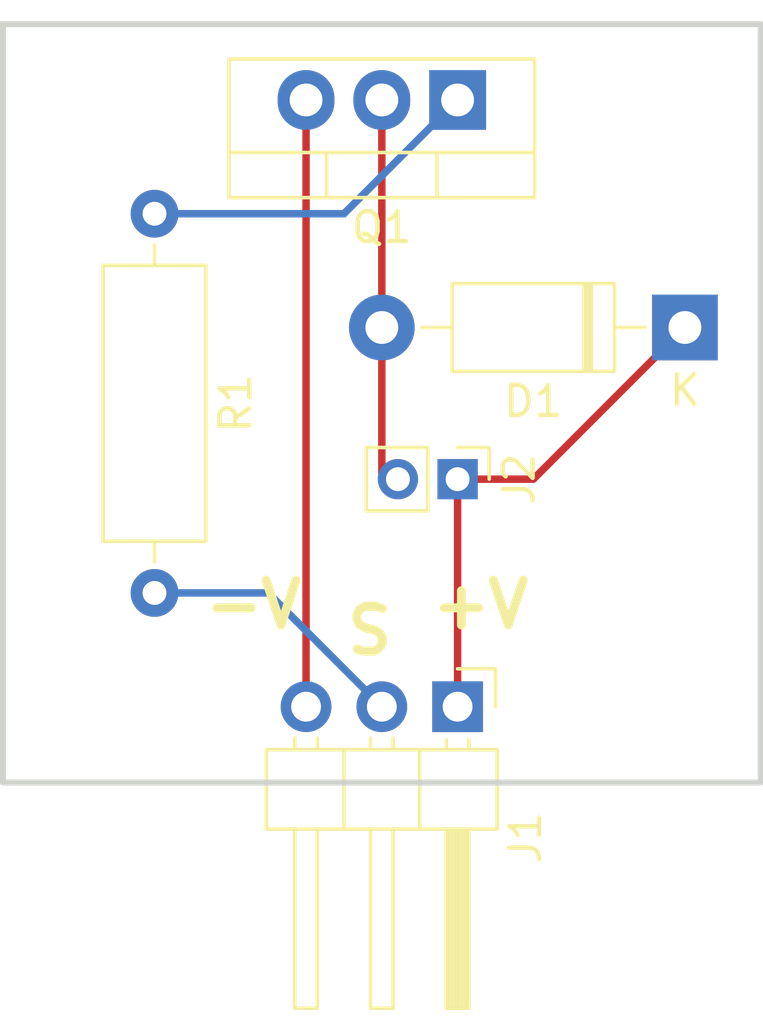
<source format=kicad_pcb>
(kicad_pcb (version 20221018) (generator pcbnew)
  (layers (0 "F.Cu" signal) (31 "B.Cu" signal) (34 "B.Paste" user) (35 "F.Paste" user) (36 "B.SilkS" user "B.Silkscreen") (37 "F.SilkS" user "F.Silkscreen") (38 "B.Mask" user) (39 "F.Mask" user) (44 "Edge.Cuts" user))
  (net 0 "")
  (net 1 "Net-(D1-K)")
  (net 2 "Net-(D1-A)")
  (net 3 "Net-(J1-Pin_2)")
  (net 4 "Net-(J1-Pin_3)")
  (net 5 "Net-(Q1-B)")
  (footprint "Connector_PinHeader_2.00mm:PinHeader_1x02_P2.00mm_Vertical" (layer "F.Cu") (at 149.86 91.44 -90)
    (fp_text reference "J2" (at 0 -2.06 -90) (layer "F.SilkS"))
    (fp_text value "Conn_01x02_Pin")
    (fp_line (start -1.06 -1.06) (end 0 -1.06) (stroke (width 0.12)) (layer "F.SilkS"))
    (fp_line (start -1.06 0) (end -1.06 -1.06) (stroke (width 0.12)) (layer "F.SilkS"))
    (fp_line (start -1.06 1) (end -1.06 3.06) (stroke (width 0.12)) (layer "F.SilkS"))
    (fp_line (start -1.06 1) (end 1.06 1) (stroke (width 0.12)) (layer "F.SilkS"))
    (fp_line (start -1.06 3.06) (end 1.06 3.06) (stroke (width 0.12)) (layer "F.SilkS"))
    (fp_line (start 1.06 1) (end 1.06 3.06) (stroke (width 0.12)) (layer "F.SilkS"))
    (pad "1" thru_hole rect (at 0 0 270) (size 1.35 1.35) (drill 0.8) (layers "*.Cu" "*.Mask") (net 1 "Net-(D1-K)"))
    (pad "2" thru_hole oval (at 0 2 270) (size 1.35 1.35) (drill 0.8) (layers "*.Cu" "*.Mask") (net 2 "Net-(D1-A)"))
  )
  (footprint "Diode_THT:D_DO-41_SOD81_P10.16mm_Horizontal" (layer "F.Cu") (at 157.48 86.36 180)
    (fp_text reference "D1" (at 5.08 -2.47) (layer "F.SilkS"))
    (fp_text value "1N4004")
    (fp_text user "K" (at 0 -2.1) (layer "F.SilkS"))
    (fp_line (start 1.34 0) (end 2.36 0) (stroke (width 0.12)) (layer "F.SilkS"))
    (fp_line (start 2.36 -1.47) (end 2.36 1.47) (stroke (width 0.12)) (layer "F.SilkS"))
    (fp_line (start 2.36 1.47) (end 7.8 1.47) (stroke (width 0.12)) (layer "F.SilkS"))
    (fp_line (start 3.14 -1.47) (end 3.14 1.47) (stroke (width 0.12)) (layer "F.SilkS"))
    (fp_line (start 3.26 -1.47) (end 3.26 1.47) (stroke (width 0.12)) (layer "F.SilkS"))
    (fp_line (start 3.38 -1.47) (end 3.38 1.47) (stroke (width 0.12)) (layer "F.SilkS"))
    (fp_line (start 7.8 -1.47) (end 2.36 -1.47) (stroke (width 0.12)) (layer "F.SilkS"))
    (fp_line (start 7.8 1.47) (end 7.8 -1.47) (stroke (width 0.12)) (layer "F.SilkS"))
    (fp_line (start 8.82 0) (end 7.8 0) (stroke (width 0.12)) (layer "F.SilkS"))
    (pad "1" thru_hole rect (at 0 0 180) (size 2.2 2.2) (drill 1.1) (layers "*.Cu" "*.Mask") (net 1 "Net-(D1-K)"))
    (pad "2" thru_hole oval (at 10.16 0 180) (size 2.2 2.2) (drill 1.1) (layers "*.Cu" "*.Mask") (net 2 "Net-(D1-A)"))
  )
  (footprint "Package_TO_SOT_THT:TO-220-3_Vertical" (layer "F.Cu") (at 149.86 78.74 180)
    (fp_text reference "Q1" (at 2.54 -4.27) (layer "F.SilkS"))
    (fp_text value "TIP120")
    (fp_line (start -2.58 -3.27) (end -2.58 1.371) (stroke (width 0.12)) (layer "F.SilkS"))
    (fp_line (start -2.58 -3.27) (end 7.66 -3.27) (stroke (width 0.12)) (layer "F.SilkS"))
    (fp_line (start -2.58 -1.76) (end 7.66 -1.76) (stroke (width 0.12)) (layer "F.SilkS"))
    (fp_line (start -2.58 1.371) (end 7.66 1.371) (stroke (width 0.12)) (layer "F.SilkS"))
    (fp_line (start 0.69 -3.27) (end 0.69 -1.76) (stroke (width 0.12)) (layer "F.SilkS"))
    (fp_line (start 4.391 -3.27) (end 4.391 -1.76) (stroke (width 0.12)) (layer "F.SilkS"))
    (fp_line (start 7.66 -3.27) (end 7.66 1.371) (stroke (width 0.12)) (layer "F.SilkS"))
    (pad "1" thru_hole rect (at 0 0 180) (size 1.905 2) (drill 1.1) (layers "*.Cu" "*.Mask") (net 5 "Net-(Q1-B)"))
    (pad "2" thru_hole oval (at 2.54 0 180) (size 1.905 2) (drill 1.1) (layers "*.Cu" "*.Mask") (net 2 "Net-(D1-A)"))
    (pad "3" thru_hole oval (at 5.08 0 180) (size 1.905 2) (drill 1.1) (layers "*.Cu" "*.Mask") (net 4 "Net-(J1-Pin_3)"))
  )
  (footprint "Connector_PinHeader_2.54mm:PinHeader_1x03_P2.54mm_Horizontal" (layer "F.Cu") (at 149.86 99.06 -90)
    (fp_text reference "J1" (at 4.385 -2.27 90) (layer "F.SilkS"))
    (fp_text value "Conn_01x03_Pin")
    (fp_line (start -1.27 -1.27) (end 0 -1.27) (stroke (width 0.12)) (layer "F.SilkS"))
    (fp_line (start -1.27 0) (end -1.27 -1.27) (stroke (width 0.12)) (layer "F.SilkS"))
    (fp_line (start 1.042929 2.16) (end 1.44 2.16) (stroke (width 0.12)) (layer "F.SilkS"))
    (fp_line (start 1.042929 2.92) (end 1.44 2.92) (stroke (width 0.12)) (layer "F.SilkS"))
    (fp_line (start 1.042929 4.7) (end 1.44 4.7) (stroke (width 0.12)) (layer "F.SilkS"))
    (fp_line (start 1.042929 5.46) (end 1.44 5.46) (stroke (width 0.12)) (layer "F.SilkS"))
    (fp_line (start 1.11 -0.38) (end 1.44 -0.38) (stroke (width 0.12)) (layer "F.SilkS"))
    (fp_line (start 1.11 0.38) (end 1.44 0.38) (stroke (width 0.12)) (layer "F.SilkS"))
    (fp_line (start 1.44 -1.33) (end 1.44 6.41) (stroke (width 0.12)) (layer "F.SilkS"))
    (fp_line (start 1.44 1.27) (end 4.1 1.27) (stroke (width 0.12)) (layer "F.SilkS"))
    (fp_line (start 1.44 3.81) (end 4.1 3.81) (stroke (width 0.12)) (layer "F.SilkS"))
    (fp_line (start 1.44 6.41) (end 4.1 6.41) (stroke (width 0.12)) (layer "F.SilkS"))
    (fp_line (start 4.1 -1.33) (end 1.44 -1.33) (stroke (width 0.12)) (layer "F.SilkS"))
    (fp_line (start 4.1 -0.38) (end 10.1 -0.38) (stroke (width 0.12)) (layer "F.SilkS"))
    (fp_line (start 4.1 -0.32) (end 10.1 -0.32) (stroke (width 0.12)) (layer "F.SilkS"))
    (fp_line (start 4.1 -0.2) (end 10.1 -0.2) (stroke (width 0.12)) (layer "F.SilkS"))
    (fp_line (start 4.1 -0.08) (end 10.1 -0.08) (stroke (width 0.12)) (layer "F.SilkS"))
    (fp_line (start 4.1 0.04) (end 10.1 0.04) (stroke (width 0.12)) (layer "F.SilkS"))
    (fp_line (start 4.1 0.16) (end 10.1 0.16) (stroke (width 0.12)) (layer "F.SilkS"))
    (fp_line (start 4.1 0.28) (end 10.1 0.28) (stroke (width 0.12)) (layer "F.SilkS"))
    (fp_line (start 4.1 2.16) (end 10.1 2.16) (stroke (width 0.12)) (layer "F.SilkS"))
    (fp_line (start 4.1 4.7) (end 10.1 4.7) (stroke (width 0.12)) (layer "F.SilkS"))
    (fp_line (start 4.1 6.41) (end 4.1 -1.33) (stroke (width 0.12)) (layer "F.SilkS"))
    (fp_line (start 10.1 -0.38) (end 10.1 0.38) (stroke (width 0.12)) (layer "F.SilkS"))
    (fp_line (start 10.1 0.38) (end 4.1 0.38) (stroke (width 0.12)) (layer "F.SilkS"))
    (fp_line (start 10.1 2.16) (end 10.1 2.92) (stroke (width 0.12)) (layer "F.SilkS"))
    (fp_line (start 10.1 2.92) (end 4.1 2.92) (stroke (width 0.12)) (layer "F.SilkS"))
    (fp_line (start 10.1 4.7) (end 10.1 5.46) (stroke (width 0.12)) (layer "F.SilkS"))
    (fp_line (start 10.1 5.46) (end 4.1 5.46) (stroke (width 0.12)) (layer "F.SilkS"))
    (pad "1" thru_hole rect (at 0 0 270) (size 1.7 1.7) (drill 1) (layers "*.Cu" "*.Mask") (net 1 "Net-(D1-K)"))
    (pad "2" thru_hole oval (at 0 2.54 270) (size 1.7 1.7) (drill 1) (layers "*.Cu" "*.Mask") (net 3 "Net-(J1-Pin_2)"))
    (pad "3" thru_hole oval (at 0 5.08 270) (size 1.7 1.7) (drill 1) (layers "*.Cu" "*.Mask") (net 4 "Net-(J1-Pin_3)"))
  )
  (footprint "Resistor_THT:R_Axial_DIN0309_L9.0mm_D3.2mm_P12.70mm_Horizontal" (layer "F.Cu") (at 139.7 82.55 -90)
    (fp_text reference "R1" (at 6.35 -2.72 90) (layer "F.SilkS"))
    (fp_text value "2.2k")
    (fp_line (start 1.04 0) (end 1.73 0) (stroke (width 0.12)) (layer "F.SilkS"))
    (fp_line (start 1.73 -1.72) (end 1.73 1.72) (stroke (width 0.12)) (layer "F.SilkS"))
    (fp_line (start 1.73 1.72) (end 10.97 1.72) (stroke (width 0.12)) (layer "F.SilkS"))
    (fp_line (start 10.97 -1.72) (end 1.73 -1.72) (stroke (width 0.12)) (layer "F.SilkS"))
    (fp_line (start 10.97 1.72) (end 10.97 -1.72) (stroke (width 0.12)) (layer "F.SilkS"))
    (fp_line (start 11.66 0) (end 10.97 0) (stroke (width 0.12)) (layer "F.SilkS"))
    (pad "1" thru_hole circle (at 0 0 270) (size 1.6 1.6) (drill 0.8) (layers "*.Cu" "*.Mask") (net 5 "Net-(Q1-B)"))
    (pad "2" thru_hole oval (at 12.7 0 270) (size 1.6 1.6) (drill 0.8) (layers "*.Cu" "*.Mask") (net 3 "Net-(J1-Pin_2)"))
  )
  (gr_rect (start 134.62 76.2) (end 160.02 101.6) (stroke (width 0.2)) (fill none) (layer "Edge.Cuts"))
  (gr_text "V-" (at 144.78 96.52) (layer "F.SilkS") (effects (font (size 1.5 1.5) (thickness 0.3) bold) (justify left bottom mirror)))
  (gr_text "V+" (at 152.4 96.52) (layer "F.SilkS") (effects (font (size 1.5 1.5) (thickness 0.3) bold) (justify left bottom mirror)))
  (gr_text "S" (at 146 96.52) (layer "F.SilkS") (effects (font (size 1.5 1.5) (thickness 0.3) bold) (justify left)))
  (segment (start 149.86 91.44) (end 149.86 99.06) (width 0.25) (layer "F.Cu") (net 1))
  (segment (start 149.86 91.44) (end 152.4 91.44) (width 0.25) (layer "F.Cu") (net 1))
  (segment (start 152.4 91.44) (end 157.48 86.36) (width 0.25) (layer "F.Cu") (net 1))
  (segment (start 147.32 91.44) (end 147.32 86.36) (width 0.25) (layer "F.Cu") (net 2))
  (segment (start 147.32 86.36) (end 147.32 78.74) (width 0.25) (layer "F.Cu") (net 2))
  (segment (start 143.51 95.25) (end 147.32 99.06) (width 0.25) (layer "B.Cu") (net 3))
  (segment (start 139.7 95.25) (end 143.51 95.25) (width 0.25) (layer "B.Cu") (net 3))
  (segment (start 144.78 78.74) (end 144.78 99.06) (width 0.25) (layer "F.Cu") (net 4))
  (segment (start 146.05 82.55) (end 139.7 82.55) (width 0.25) (layer "B.Cu") (net 5))
  (segment (start 149.86 78.74) (end 146.05 82.55) (width 0.25) (layer "B.Cu") (net 5))
)
</source>
